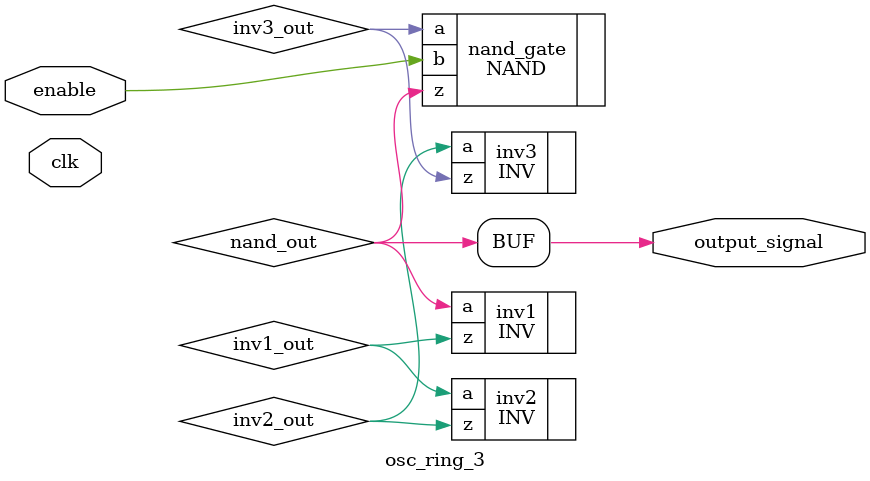
<source format=v>
`timescale 1fs/1fs

module osc_ring_3(clk, enable, output_signal);
    input enable;
    input clk;
    output output_signal;

    wire inv1_out, inv2_out, inv3_out, nand_out;

    INV inv1(.a(nand_out), .z(inv1_out));
    INV inv2(.a(inv1_out), .z(inv2_out));
    INV inv3(.a(inv2_out), .z(inv3_out));

    NAND nand_gate(.a(inv3_out), .b(enable), .z(nand_out));

    assign output_signal = nand_out;

endmodule

</source>
